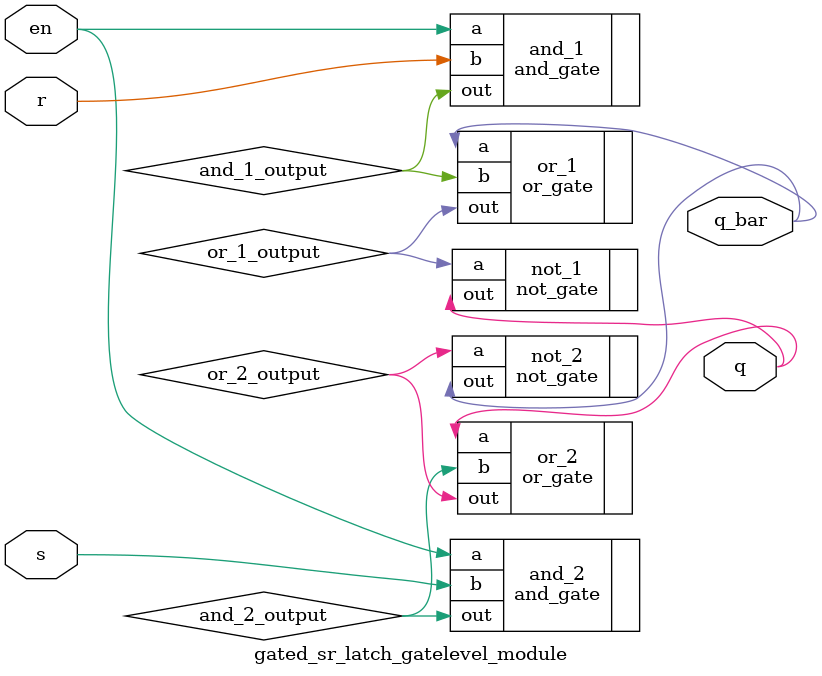
<source format=v>

module gated_sr_latch_gatelevel_module (s, r, en, q, q_bar);
	input s, r;
	input en; //enable

	output q, q_bar;
	
	wire and_1_output, and_2_output;
	wire or_1_output, or_2_output;
	
	and_gate and_1(.a(en), .b(r), .out(and_1_output));
	and_gate and_2(.a(en), .b(s), .out(and_2_output));
		
	or_gate or_2(.a(q), .b(and_2_output), .out(or_2_output));
	not_gate not_2(.a(or_2_output), .out(q_bar)); // These two lines are a NOR operation.
	
	or_gate or_1(.a(q_bar), .b(and_1_output), .out(or_1_output));
	not_gate not_1(.a(or_1_output), .out(q));	
	
endmodule

</source>
